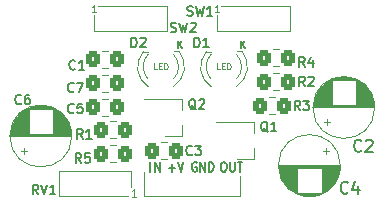
<source format=gbr>
%TF.GenerationSoftware,KiCad,Pcbnew,6.0.0+dfsg1-2*%
%TF.CreationDate,2022-01-11T20:59:38+02:00*%
%TF.ProjectId,aceitera,61636569-7465-4726-912e-6b696361645f,rev?*%
%TF.SameCoordinates,Original*%
%TF.FileFunction,Legend,Top*%
%TF.FilePolarity,Positive*%
%FSLAX46Y46*%
G04 Gerber Fmt 4.6, Leading zero omitted, Abs format (unit mm)*
G04 Created by KiCad (PCBNEW 6.0.0+dfsg1-2) date 2022-01-11 20:59:38*
%MOMM*%
%LPD*%
G01*
G04 APERTURE LIST*
G04 Aperture macros list*
%AMRoundRect*
0 Rectangle with rounded corners*
0 $1 Rounding radius*
0 $2 $3 $4 $5 $6 $7 $8 $9 X,Y pos of 4 corners*
0 Add a 4 corners polygon primitive as box body*
4,1,4,$2,$3,$4,$5,$6,$7,$8,$9,$2,$3,0*
0 Add four circle primitives for the rounded corners*
1,1,$1+$1,$2,$3*
1,1,$1+$1,$4,$5*
1,1,$1+$1,$6,$7*
1,1,$1+$1,$8,$9*
0 Add four rect primitives between the rounded corners*
20,1,$1+$1,$2,$3,$4,$5,0*
20,1,$1+$1,$4,$5,$6,$7,0*
20,1,$1+$1,$6,$7,$8,$9,0*
20,1,$1+$1,$8,$9,$2,$3,0*%
G04 Aperture macros list end*
%ADD10C,0.127000*%
%ADD11C,0.100000*%
%ADD12C,0.150000*%
%ADD13C,0.120000*%
%ADD14R,1.350000X1.350000*%
%ADD15O,1.350000X1.350000*%
%ADD16RoundRect,0.250000X0.325000X0.450000X-0.325000X0.450000X-0.325000X-0.450000X0.325000X-0.450000X0*%
%ADD17R,1.600000X1.600000*%
%ADD18C,1.600000*%
%ADD19R,1.900000X0.800000*%
%ADD20RoundRect,0.250000X-0.325000X-0.450000X0.325000X-0.450000X0.325000X0.450000X-0.325000X0.450000X0*%
%ADD21R,1.800000X1.800000*%
%ADD22C,1.800000*%
G04 APERTURE END LIST*
D10*
%TO.C,RV1*%
X103917809Y-90912904D02*
X103651142Y-90531952D01*
X103460666Y-90912904D02*
X103460666Y-90112904D01*
X103765428Y-90112904D01*
X103841619Y-90151000D01*
X103879714Y-90189095D01*
X103917809Y-90265285D01*
X103917809Y-90379571D01*
X103879714Y-90455761D01*
X103841619Y-90493857D01*
X103765428Y-90531952D01*
X103460666Y-90531952D01*
X104146380Y-90112904D02*
X104413047Y-90912904D01*
X104679714Y-90112904D01*
X105365428Y-90912904D02*
X104908285Y-90912904D01*
X105136857Y-90912904D02*
X105136857Y-90112904D01*
X105060666Y-90227190D01*
X104984476Y-90303380D01*
X104908285Y-90341476D01*
D11*
X112185428Y-91127228D02*
X111842571Y-91127228D01*
X112014000Y-91127228D02*
X112014000Y-90527228D01*
X111956857Y-90612942D01*
X111899714Y-90670085D01*
X111842571Y-90698657D01*
D12*
%TO.C,C5*%
X106927666Y-83978714D02*
X106889571Y-84016809D01*
X106775285Y-84054904D01*
X106699095Y-84054904D01*
X106584809Y-84016809D01*
X106508619Y-83940619D01*
X106470523Y-83864428D01*
X106432428Y-83712047D01*
X106432428Y-83597761D01*
X106470523Y-83445380D01*
X106508619Y-83369190D01*
X106584809Y-83293000D01*
X106699095Y-83254904D01*
X106775285Y-83254904D01*
X106889571Y-83293000D01*
X106927666Y-83331095D01*
X107651476Y-83254904D02*
X107270523Y-83254904D01*
X107232428Y-83635857D01*
X107270523Y-83597761D01*
X107346714Y-83559666D01*
X107537190Y-83559666D01*
X107613380Y-83597761D01*
X107651476Y-83635857D01*
X107689571Y-83712047D01*
X107689571Y-83902523D01*
X107651476Y-83978714D01*
X107613380Y-84016809D01*
X107537190Y-84054904D01*
X107346714Y-84054904D01*
X107270523Y-84016809D01*
X107232428Y-83978714D01*
D10*
%TO.C,J1*%
X113398352Y-89007904D02*
X113398352Y-88207904D01*
X113779304Y-89007904D02*
X113779304Y-88207904D01*
X114236447Y-89007904D01*
X114236447Y-88207904D01*
X117322666Y-88246000D02*
X117256000Y-88207904D01*
X117156000Y-88207904D01*
X117056000Y-88246000D01*
X116989333Y-88322190D01*
X116956000Y-88398380D01*
X116922666Y-88550761D01*
X116922666Y-88665047D01*
X116956000Y-88817428D01*
X116989333Y-88893619D01*
X117056000Y-88969809D01*
X117156000Y-89007904D01*
X117222666Y-89007904D01*
X117322666Y-88969809D01*
X117356000Y-88931714D01*
X117356000Y-88665047D01*
X117222666Y-88665047D01*
X117656000Y-89007904D02*
X117656000Y-88207904D01*
X118056000Y-89007904D01*
X118056000Y-88207904D01*
X118389333Y-89007904D02*
X118389333Y-88207904D01*
X118556000Y-88207904D01*
X118656000Y-88246000D01*
X118722666Y-88322190D01*
X118756000Y-88398380D01*
X118789333Y-88550761D01*
X118789333Y-88665047D01*
X118756000Y-88817428D01*
X118722666Y-88893619D01*
X118656000Y-88969809D01*
X118556000Y-89007904D01*
X118389333Y-89007904D01*
X119569000Y-88207904D02*
X119702333Y-88207904D01*
X119769000Y-88246000D01*
X119835666Y-88322190D01*
X119869000Y-88474571D01*
X119869000Y-88741238D01*
X119835666Y-88893619D01*
X119769000Y-88969809D01*
X119702333Y-89007904D01*
X119569000Y-89007904D01*
X119502333Y-88969809D01*
X119435666Y-88893619D01*
X119402333Y-88741238D01*
X119402333Y-88474571D01*
X119435666Y-88322190D01*
X119502333Y-88246000D01*
X119569000Y-88207904D01*
X120169000Y-88207904D02*
X120169000Y-88855523D01*
X120202333Y-88931714D01*
X120235666Y-88969809D01*
X120302333Y-89007904D01*
X120435666Y-89007904D01*
X120502333Y-88969809D01*
X120535666Y-88931714D01*
X120569000Y-88855523D01*
X120569000Y-88207904D01*
X120802333Y-88207904D02*
X121202333Y-88207904D01*
X121002333Y-89007904D02*
X121002333Y-88207904D01*
X114977933Y-88703142D02*
X115511266Y-88703142D01*
X115244600Y-89007904D02*
X115244600Y-88398380D01*
X115744600Y-88207904D02*
X115977933Y-89007904D01*
X116211266Y-88207904D01*
D12*
%TO.C,C4*%
X130135333Y-90781142D02*
X130087714Y-90828761D01*
X129944857Y-90876380D01*
X129849619Y-90876380D01*
X129706761Y-90828761D01*
X129611523Y-90733523D01*
X129563904Y-90638285D01*
X129516285Y-90447809D01*
X129516285Y-90304952D01*
X129563904Y-90114476D01*
X129611523Y-90019238D01*
X129706761Y-89924000D01*
X129849619Y-89876380D01*
X129944857Y-89876380D01*
X130087714Y-89924000D01*
X130135333Y-89971619D01*
X130992476Y-90209714D02*
X130992476Y-90876380D01*
X130754380Y-89828761D02*
X130516285Y-90543047D01*
X131135333Y-90543047D01*
%TO.C,Q2*%
X117271809Y-83750095D02*
X117195619Y-83712000D01*
X117119428Y-83635809D01*
X117005142Y-83521523D01*
X116928952Y-83483428D01*
X116852761Y-83483428D01*
X116890857Y-83673904D02*
X116814666Y-83635809D01*
X116738476Y-83559619D01*
X116700380Y-83407238D01*
X116700380Y-83140571D01*
X116738476Y-82988190D01*
X116814666Y-82912000D01*
X116890857Y-82873904D01*
X117043238Y-82873904D01*
X117119428Y-82912000D01*
X117195619Y-82988190D01*
X117233714Y-83140571D01*
X117233714Y-83407238D01*
X117195619Y-83559619D01*
X117119428Y-83635809D01*
X117043238Y-83673904D01*
X116890857Y-83673904D01*
X117538476Y-82950095D02*
X117576571Y-82912000D01*
X117652761Y-82873904D01*
X117843238Y-82873904D01*
X117919428Y-82912000D01*
X117957523Y-82950095D01*
X117995619Y-83026285D01*
X117995619Y-83102476D01*
X117957523Y-83216761D01*
X117500380Y-83673904D01*
X117995619Y-83673904D01*
%TO.C,R3*%
X126104666Y-83800904D02*
X125838000Y-83419952D01*
X125647523Y-83800904D02*
X125647523Y-83000904D01*
X125952285Y-83000904D01*
X126028476Y-83039000D01*
X126066571Y-83077095D01*
X126104666Y-83153285D01*
X126104666Y-83267571D01*
X126066571Y-83343761D01*
X126028476Y-83381857D01*
X125952285Y-83419952D01*
X125647523Y-83419952D01*
X126371333Y-83000904D02*
X126866571Y-83000904D01*
X126599904Y-83305666D01*
X126714190Y-83305666D01*
X126790380Y-83343761D01*
X126828476Y-83381857D01*
X126866571Y-83458047D01*
X126866571Y-83648523D01*
X126828476Y-83724714D01*
X126790380Y-83762809D01*
X126714190Y-83800904D01*
X126485619Y-83800904D01*
X126409428Y-83762809D01*
X126371333Y-83724714D01*
%TO.C,R4*%
X126485666Y-80117904D02*
X126219000Y-79736952D01*
X126028523Y-80117904D02*
X126028523Y-79317904D01*
X126333285Y-79317904D01*
X126409476Y-79356000D01*
X126447571Y-79394095D01*
X126485666Y-79470285D01*
X126485666Y-79584571D01*
X126447571Y-79660761D01*
X126409476Y-79698857D01*
X126333285Y-79736952D01*
X126028523Y-79736952D01*
X127171380Y-79584571D02*
X127171380Y-80117904D01*
X126980904Y-79279809D02*
X126790428Y-79851238D01*
X127285666Y-79851238D01*
%TO.C,R2*%
X126485666Y-81768904D02*
X126219000Y-81387952D01*
X126028523Y-81768904D02*
X126028523Y-80968904D01*
X126333285Y-80968904D01*
X126409476Y-81007000D01*
X126447571Y-81045095D01*
X126485666Y-81121285D01*
X126485666Y-81235571D01*
X126447571Y-81311761D01*
X126409476Y-81349857D01*
X126333285Y-81387952D01*
X126028523Y-81387952D01*
X126790428Y-81045095D02*
X126828523Y-81007000D01*
X126904714Y-80968904D01*
X127095190Y-80968904D01*
X127171380Y-81007000D01*
X127209476Y-81045095D01*
X127247571Y-81121285D01*
X127247571Y-81197476D01*
X127209476Y-81311761D01*
X126752333Y-81768904D01*
X127247571Y-81768904D01*
%TO.C,C6*%
X102482666Y-83216714D02*
X102444571Y-83254809D01*
X102330285Y-83292904D01*
X102254095Y-83292904D01*
X102139809Y-83254809D01*
X102063619Y-83178619D01*
X102025523Y-83102428D01*
X101987428Y-82950047D01*
X101987428Y-82835761D01*
X102025523Y-82683380D01*
X102063619Y-82607190D01*
X102139809Y-82531000D01*
X102254095Y-82492904D01*
X102330285Y-82492904D01*
X102444571Y-82531000D01*
X102482666Y-82569095D01*
X103168380Y-82492904D02*
X103016000Y-82492904D01*
X102939809Y-82531000D01*
X102901714Y-82569095D01*
X102825523Y-82683380D01*
X102787428Y-82835761D01*
X102787428Y-83140523D01*
X102825523Y-83216714D01*
X102863619Y-83254809D01*
X102939809Y-83292904D01*
X103092190Y-83292904D01*
X103168380Y-83254809D01*
X103206476Y-83216714D01*
X103244571Y-83140523D01*
X103244571Y-82950047D01*
X103206476Y-82873857D01*
X103168380Y-82835761D01*
X103092190Y-82797666D01*
X102939809Y-82797666D01*
X102863619Y-82835761D01*
X102825523Y-82873857D01*
X102787428Y-82950047D01*
%TO.C,C2*%
X131278333Y-87225142D02*
X131230714Y-87272761D01*
X131087857Y-87320380D01*
X130992619Y-87320380D01*
X130849761Y-87272761D01*
X130754523Y-87177523D01*
X130706904Y-87082285D01*
X130659285Y-86891809D01*
X130659285Y-86748952D01*
X130706904Y-86558476D01*
X130754523Y-86463238D01*
X130849761Y-86368000D01*
X130992619Y-86320380D01*
X131087857Y-86320380D01*
X131230714Y-86368000D01*
X131278333Y-86415619D01*
X131659285Y-86415619D02*
X131706904Y-86368000D01*
X131802142Y-86320380D01*
X132040238Y-86320380D01*
X132135476Y-86368000D01*
X132183095Y-86415619D01*
X132230714Y-86510857D01*
X132230714Y-86606095D01*
X132183095Y-86748952D01*
X131611666Y-87320380D01*
X132230714Y-87320380D01*
%TO.C,R1*%
X107689666Y-86213904D02*
X107423000Y-85832952D01*
X107232523Y-86213904D02*
X107232523Y-85413904D01*
X107537285Y-85413904D01*
X107613476Y-85452000D01*
X107651571Y-85490095D01*
X107689666Y-85566285D01*
X107689666Y-85680571D01*
X107651571Y-85756761D01*
X107613476Y-85794857D01*
X107537285Y-85832952D01*
X107232523Y-85832952D01*
X108451571Y-86213904D02*
X107994428Y-86213904D01*
X108223000Y-86213904D02*
X108223000Y-85413904D01*
X108146809Y-85528190D01*
X108070619Y-85604380D01*
X107994428Y-85642476D01*
%TO.C,Q1*%
X123367809Y-85655095D02*
X123291619Y-85617000D01*
X123215428Y-85540809D01*
X123101142Y-85426523D01*
X123024952Y-85388428D01*
X122948761Y-85388428D01*
X122986857Y-85578904D02*
X122910666Y-85540809D01*
X122834476Y-85464619D01*
X122796380Y-85312238D01*
X122796380Y-85045571D01*
X122834476Y-84893190D01*
X122910666Y-84817000D01*
X122986857Y-84778904D01*
X123139238Y-84778904D01*
X123215428Y-84817000D01*
X123291619Y-84893190D01*
X123329714Y-85045571D01*
X123329714Y-85312238D01*
X123291619Y-85464619D01*
X123215428Y-85540809D01*
X123139238Y-85578904D01*
X122986857Y-85578904D01*
X124091619Y-85578904D02*
X123634476Y-85578904D01*
X123863047Y-85578904D02*
X123863047Y-84778904D01*
X123786857Y-84893190D01*
X123710666Y-84969380D01*
X123634476Y-85007476D01*
D10*
%TO.C,SW2*%
X115138333Y-77158809D02*
X115252619Y-77196904D01*
X115443095Y-77196904D01*
X115519285Y-77158809D01*
X115557380Y-77120714D01*
X115595476Y-77044523D01*
X115595476Y-76968333D01*
X115557380Y-76892142D01*
X115519285Y-76854047D01*
X115443095Y-76815952D01*
X115290714Y-76777857D01*
X115214523Y-76739761D01*
X115176428Y-76701666D01*
X115138333Y-76625476D01*
X115138333Y-76549285D01*
X115176428Y-76473095D01*
X115214523Y-76435000D01*
X115290714Y-76396904D01*
X115481190Y-76396904D01*
X115595476Y-76435000D01*
X115862142Y-76396904D02*
X116052619Y-77196904D01*
X116205000Y-76625476D01*
X116357380Y-77196904D01*
X116547857Y-76396904D01*
X116814523Y-76473095D02*
X116852619Y-76435000D01*
X116928809Y-76396904D01*
X117119285Y-76396904D01*
X117195476Y-76435000D01*
X117233571Y-76473095D01*
X117271666Y-76549285D01*
X117271666Y-76625476D01*
X117233571Y-76739761D01*
X116776428Y-77196904D01*
X117271666Y-77196904D01*
D11*
X108807228Y-75531628D02*
X108464371Y-75531628D01*
X108635800Y-75531628D02*
X108635800Y-74931628D01*
X108578657Y-75017342D01*
X108521514Y-75074485D01*
X108464371Y-75103057D01*
D12*
%TO.C,D2*%
X111804523Y-78466904D02*
X111804523Y-77666904D01*
X111995000Y-77666904D01*
X112109285Y-77705000D01*
X112185476Y-77781190D01*
X112223571Y-77857380D01*
X112261666Y-78009761D01*
X112261666Y-78124047D01*
X112223571Y-78276428D01*
X112185476Y-78352619D01*
X112109285Y-78428809D01*
X111995000Y-78466904D01*
X111804523Y-78466904D01*
X112566428Y-77743095D02*
X112604523Y-77705000D01*
X112680714Y-77666904D01*
X112871190Y-77666904D01*
X112947380Y-77705000D01*
X112985476Y-77743095D01*
X113023571Y-77819285D01*
X113023571Y-77895476D01*
X112985476Y-78009761D01*
X112528333Y-78466904D01*
X113023571Y-78466904D01*
D11*
X113978571Y-80363190D02*
X113740476Y-80363190D01*
X113740476Y-79863190D01*
X114145238Y-80101285D02*
X114311904Y-80101285D01*
X114383333Y-80363190D02*
X114145238Y-80363190D01*
X114145238Y-79863190D01*
X114383333Y-79863190D01*
X114597619Y-80363190D02*
X114597619Y-79863190D01*
X114716666Y-79863190D01*
X114788095Y-79887000D01*
X114835714Y-79934619D01*
X114859523Y-79982238D01*
X114883333Y-80077476D01*
X114883333Y-80148904D01*
X114859523Y-80244142D01*
X114835714Y-80291761D01*
X114788095Y-80339380D01*
X114716666Y-80363190D01*
X114597619Y-80363190D01*
D10*
X115717657Y-78528828D02*
X115717657Y-77928828D01*
X116060514Y-78528828D02*
X115803371Y-78185971D01*
X116060514Y-77928828D02*
X115717657Y-78271685D01*
D12*
%TO.C,C7*%
X106927666Y-82200714D02*
X106889571Y-82238809D01*
X106775285Y-82276904D01*
X106699095Y-82276904D01*
X106584809Y-82238809D01*
X106508619Y-82162619D01*
X106470523Y-82086428D01*
X106432428Y-81934047D01*
X106432428Y-81819761D01*
X106470523Y-81667380D01*
X106508619Y-81591190D01*
X106584809Y-81515000D01*
X106699095Y-81476904D01*
X106775285Y-81476904D01*
X106889571Y-81515000D01*
X106927666Y-81553095D01*
X107194333Y-81476904D02*
X107727666Y-81476904D01*
X107384809Y-82276904D01*
%TO.C,C1*%
X107054666Y-80295714D02*
X107016571Y-80333809D01*
X106902285Y-80371904D01*
X106826095Y-80371904D01*
X106711809Y-80333809D01*
X106635619Y-80257619D01*
X106597523Y-80181428D01*
X106559428Y-80029047D01*
X106559428Y-79914761D01*
X106597523Y-79762380D01*
X106635619Y-79686190D01*
X106711809Y-79610000D01*
X106826095Y-79571904D01*
X106902285Y-79571904D01*
X107016571Y-79610000D01*
X107054666Y-79648095D01*
X107816571Y-80371904D02*
X107359428Y-80371904D01*
X107588000Y-80371904D02*
X107588000Y-79571904D01*
X107511809Y-79686190D01*
X107435619Y-79762380D01*
X107359428Y-79800476D01*
%TO.C,R5*%
X107562666Y-88245904D02*
X107296000Y-87864952D01*
X107105523Y-88245904D02*
X107105523Y-87445904D01*
X107410285Y-87445904D01*
X107486476Y-87484000D01*
X107524571Y-87522095D01*
X107562666Y-87598285D01*
X107562666Y-87712571D01*
X107524571Y-87788761D01*
X107486476Y-87826857D01*
X107410285Y-87864952D01*
X107105523Y-87864952D01*
X108286476Y-87445904D02*
X107905523Y-87445904D01*
X107867428Y-87826857D01*
X107905523Y-87788761D01*
X107981714Y-87750666D01*
X108172190Y-87750666D01*
X108248380Y-87788761D01*
X108286476Y-87826857D01*
X108324571Y-87903047D01*
X108324571Y-88093523D01*
X108286476Y-88169714D01*
X108248380Y-88207809D01*
X108172190Y-88245904D01*
X107981714Y-88245904D01*
X107905523Y-88207809D01*
X107867428Y-88169714D01*
%TO.C,D1*%
X117138523Y-78466904D02*
X117138523Y-77666904D01*
X117329000Y-77666904D01*
X117443285Y-77705000D01*
X117519476Y-77781190D01*
X117557571Y-77857380D01*
X117595666Y-78009761D01*
X117595666Y-78124047D01*
X117557571Y-78276428D01*
X117519476Y-78352619D01*
X117443285Y-78428809D01*
X117329000Y-78466904D01*
X117138523Y-78466904D01*
X118357571Y-78466904D02*
X117900428Y-78466904D01*
X118129000Y-78466904D02*
X118129000Y-77666904D01*
X118052809Y-77781190D01*
X117976619Y-77857380D01*
X117900428Y-77895476D01*
D11*
X119312571Y-80363190D02*
X119074476Y-80363190D01*
X119074476Y-79863190D01*
X119479238Y-80101285D02*
X119645904Y-80101285D01*
X119717333Y-80363190D02*
X119479238Y-80363190D01*
X119479238Y-79863190D01*
X119717333Y-79863190D01*
X119931619Y-80363190D02*
X119931619Y-79863190D01*
X120050666Y-79863190D01*
X120122095Y-79887000D01*
X120169714Y-79934619D01*
X120193523Y-79982238D01*
X120217333Y-80077476D01*
X120217333Y-80148904D01*
X120193523Y-80244142D01*
X120169714Y-80291761D01*
X120122095Y-80339380D01*
X120050666Y-80363190D01*
X119931619Y-80363190D01*
D10*
X121051657Y-78528828D02*
X121051657Y-77928828D01*
X121394514Y-78528828D02*
X121137371Y-78185971D01*
X121394514Y-77928828D02*
X121051657Y-78271685D01*
D12*
%TO.C,C3*%
X116960666Y-87534714D02*
X116922571Y-87572809D01*
X116808285Y-87610904D01*
X116732095Y-87610904D01*
X116617809Y-87572809D01*
X116541619Y-87496619D01*
X116503523Y-87420428D01*
X116465428Y-87268047D01*
X116465428Y-87153761D01*
X116503523Y-87001380D01*
X116541619Y-86925190D01*
X116617809Y-86849000D01*
X116732095Y-86810904D01*
X116808285Y-86810904D01*
X116922571Y-86849000D01*
X116960666Y-86887095D01*
X117227333Y-86810904D02*
X117722571Y-86810904D01*
X117455904Y-87115666D01*
X117570190Y-87115666D01*
X117646380Y-87153761D01*
X117684476Y-87191857D01*
X117722571Y-87268047D01*
X117722571Y-87458523D01*
X117684476Y-87534714D01*
X117646380Y-87572809D01*
X117570190Y-87610904D01*
X117341619Y-87610904D01*
X117265428Y-87572809D01*
X117227333Y-87534714D01*
D10*
%TO.C,SW1*%
X116535333Y-75761809D02*
X116649619Y-75799904D01*
X116840095Y-75799904D01*
X116916285Y-75761809D01*
X116954380Y-75723714D01*
X116992476Y-75647523D01*
X116992476Y-75571333D01*
X116954380Y-75495142D01*
X116916285Y-75457047D01*
X116840095Y-75418952D01*
X116687714Y-75380857D01*
X116611523Y-75342761D01*
X116573428Y-75304666D01*
X116535333Y-75228476D01*
X116535333Y-75152285D01*
X116573428Y-75076095D01*
X116611523Y-75038000D01*
X116687714Y-74999904D01*
X116878190Y-74999904D01*
X116992476Y-75038000D01*
X117259142Y-74999904D02*
X117449619Y-75799904D01*
X117602000Y-75228476D01*
X117754380Y-75799904D01*
X117944857Y-74999904D01*
X118668666Y-75799904D02*
X118211523Y-75799904D01*
X118440095Y-75799904D02*
X118440095Y-74999904D01*
X118363904Y-75114190D01*
X118287714Y-75190380D01*
X118211523Y-75228476D01*
D11*
X119221228Y-75531628D02*
X118878371Y-75531628D01*
X119049800Y-75531628D02*
X119049800Y-74931628D01*
X118992657Y-75017342D01*
X118935514Y-75074485D01*
X118878371Y-75103057D01*
D13*
%TO.C,RV1*%
X105684000Y-88983000D02*
X105684000Y-91103000D01*
X111810800Y-88976200D02*
X105684000Y-88983000D01*
X111812781Y-88972166D02*
X111810800Y-90322400D01*
X111531400Y-91103000D02*
X105684000Y-91103000D01*
%TO.C,C5*%
X109862252Y-84276000D02*
X109339748Y-84276000D01*
X109862252Y-82856000D02*
X109339748Y-82856000D01*
%TO.C,J1*%
X112915685Y-91110571D02*
X112915685Y-89020167D01*
X120979000Y-91103000D02*
X120980200Y-89382600D01*
X112903000Y-91121555D02*
X120979000Y-91121555D01*
%TO.C,C4*%
X125833000Y-88859000D02*
X124317000Y-88859000D01*
X129183000Y-89660000D02*
X127913000Y-89660000D01*
X128373000Y-90620000D02*
X127913000Y-90620000D01*
X129097000Y-89820000D02*
X127913000Y-89820000D01*
X128844000Y-90180000D02*
X127913000Y-90180000D01*
X129271000Y-89460000D02*
X127913000Y-89460000D01*
X129364000Y-89179000D02*
X127913000Y-89179000D01*
X128051000Y-90820000D02*
X125695000Y-90820000D01*
X125833000Y-89700000D02*
X124583000Y-89700000D01*
X128616000Y-90420000D02*
X127913000Y-90420000D01*
X129328000Y-89300000D02*
X127913000Y-89300000D01*
X128810000Y-90220000D02*
X127913000Y-90220000D01*
X125833000Y-90780000D02*
X125622000Y-90780000D01*
X125833000Y-89099000D02*
X124362000Y-89099000D01*
X128995000Y-89980000D02*
X127913000Y-89980000D01*
X125833000Y-90340000D02*
X125047000Y-90340000D01*
X125833000Y-89139000D02*
X124372000Y-89139000D01*
X125833000Y-90060000D02*
X124808000Y-90060000D01*
X128520000Y-87249000D02*
X128020000Y-87249000D01*
X125833000Y-89059000D02*
X124353000Y-89059000D01*
X125833000Y-90500000D02*
X125220000Y-90500000D01*
X127157000Y-91100000D02*
X126589000Y-91100000D01*
X125833000Y-89540000D02*
X124508000Y-89540000D01*
X125833000Y-88979000D02*
X124337000Y-88979000D01*
X125833000Y-89380000D02*
X124445000Y-89380000D01*
X125833000Y-89940000D02*
X124724000Y-89940000D01*
X125833000Y-89820000D02*
X124649000Y-89820000D01*
X128737000Y-90300000D02*
X127913000Y-90300000D01*
X125833000Y-89580000D02*
X124525000Y-89580000D01*
X125833000Y-89179000D02*
X124382000Y-89179000D01*
X125833000Y-90660000D02*
X125430000Y-90660000D01*
X129449000Y-88659000D02*
X124297000Y-88659000D01*
X129221000Y-89580000D02*
X127913000Y-89580000D01*
X125833000Y-90140000D02*
X124869000Y-90140000D01*
X129434000Y-88819000D02*
X127913000Y-88819000D01*
X125833000Y-90380000D02*
X125088000Y-90380000D01*
X125833000Y-89340000D02*
X124431000Y-89340000D01*
X125833000Y-89500000D02*
X124491000Y-89500000D01*
X129438000Y-88779000D02*
X127913000Y-88779000D01*
X125833000Y-89260000D02*
X124405000Y-89260000D01*
X129048000Y-89900000D02*
X127913000Y-89900000D01*
X129202000Y-89620000D02*
X127913000Y-89620000D01*
X125833000Y-88819000D02*
X124312000Y-88819000D01*
X125833000Y-89660000D02*
X124563000Y-89660000D01*
X129341000Y-89260000D02*
X127913000Y-89260000D01*
X125833000Y-90020000D02*
X124778000Y-90020000D01*
X125833000Y-90420000D02*
X125130000Y-90420000D01*
X125833000Y-88779000D02*
X124308000Y-88779000D01*
X125833000Y-89420000D02*
X124459000Y-89420000D01*
X129452000Y-88579000D02*
X124294000Y-88579000D01*
X125833000Y-90540000D02*
X125268000Y-90540000D01*
X128938000Y-90060000D02*
X127913000Y-90060000D01*
X125833000Y-90260000D02*
X124972000Y-90260000D01*
X127678000Y-90980000D02*
X126068000Y-90980000D01*
X129141000Y-89740000D02*
X127913000Y-89740000D01*
X129423000Y-88899000D02*
X127913000Y-88899000D01*
X128968000Y-90020000D02*
X127913000Y-90020000D01*
X125833000Y-89780000D02*
X124626000Y-89780000D01*
X125833000Y-89300000D02*
X124418000Y-89300000D01*
X125833000Y-90460000D02*
X125174000Y-90460000D01*
X128658000Y-90380000D02*
X127913000Y-90380000D01*
X125833000Y-90100000D02*
X124838000Y-90100000D01*
X128774000Y-90260000D02*
X127913000Y-90260000D01*
X128478000Y-90540000D02*
X127913000Y-90540000D01*
X129384000Y-89099000D02*
X127913000Y-89099000D01*
X129022000Y-89940000D02*
X127913000Y-89940000D01*
X127971000Y-90860000D02*
X125775000Y-90860000D01*
X125833000Y-90580000D02*
X125319000Y-90580000D01*
X125833000Y-90620000D02*
X125373000Y-90620000D01*
X128427000Y-90580000D02*
X127913000Y-90580000D01*
X128124000Y-90780000D02*
X127913000Y-90780000D01*
X125833000Y-90180000D02*
X124902000Y-90180000D01*
X129315000Y-89340000D02*
X127913000Y-89340000D01*
X125833000Y-89740000D02*
X124605000Y-89740000D01*
X129446000Y-88699000D02*
X124300000Y-88699000D01*
X125833000Y-89900000D02*
X124698000Y-89900000D01*
X128908000Y-90100000D02*
X127913000Y-90100000D01*
X129409000Y-88979000D02*
X127913000Y-88979000D01*
X129287000Y-89420000D02*
X127913000Y-89420000D01*
X125833000Y-90740000D02*
X125554000Y-90740000D01*
X129120000Y-89780000D02*
X127913000Y-89780000D01*
X125833000Y-89860000D02*
X124673000Y-89860000D01*
X128256000Y-90700000D02*
X127913000Y-90700000D01*
X129416000Y-88939000D02*
X127913000Y-88939000D01*
X125833000Y-89220000D02*
X124393000Y-89220000D01*
X128699000Y-90340000D02*
X127913000Y-90340000D01*
X125833000Y-89019000D02*
X124345000Y-89019000D01*
X125833000Y-88939000D02*
X124330000Y-88939000D01*
X125833000Y-88899000D02*
X124323000Y-88899000D01*
X125833000Y-90300000D02*
X125009000Y-90300000D01*
X125833000Y-89460000D02*
X124475000Y-89460000D01*
X129393000Y-89059000D02*
X127913000Y-89059000D01*
X128270000Y-86999000D02*
X128270000Y-87499000D01*
X129073000Y-89860000D02*
X127913000Y-89860000D01*
X128316000Y-90660000D02*
X127913000Y-90660000D01*
X129238000Y-89540000D02*
X127913000Y-89540000D01*
X129353000Y-89220000D02*
X127913000Y-89220000D01*
X129453000Y-88499000D02*
X124293000Y-88499000D01*
X129163000Y-89700000D02*
X127913000Y-89700000D01*
X129255000Y-89500000D02*
X127913000Y-89500000D01*
X127391000Y-91060000D02*
X126355000Y-91060000D01*
X129429000Y-88859000D02*
X127913000Y-88859000D01*
X125833000Y-89980000D02*
X124751000Y-89980000D01*
X129451000Y-88619000D02*
X124295000Y-88619000D01*
X125833000Y-90220000D02*
X124936000Y-90220000D01*
X127884000Y-90900000D02*
X125862000Y-90900000D01*
X125833000Y-89620000D02*
X124544000Y-89620000D01*
X129401000Y-89019000D02*
X127913000Y-89019000D01*
X128572000Y-90460000D02*
X127913000Y-90460000D01*
X129442000Y-88739000D02*
X127913000Y-88739000D01*
X128192000Y-90740000D02*
X127913000Y-90740000D01*
X127550000Y-91020000D02*
X126196000Y-91020000D01*
X128877000Y-90140000D02*
X127913000Y-90140000D01*
X129301000Y-89380000D02*
X127913000Y-89380000D01*
X129453000Y-88539000D02*
X124293000Y-88539000D01*
X125833000Y-90700000D02*
X125490000Y-90700000D01*
X127788000Y-90940000D02*
X125958000Y-90940000D01*
X128526000Y-90500000D02*
X127913000Y-90500000D01*
X125833000Y-88739000D02*
X124304000Y-88739000D01*
X129374000Y-89139000D02*
X127913000Y-89139000D01*
X129493000Y-88499000D02*
G75*
G03*
X129493000Y-88499000I-2620000J0D01*
G01*
%TO.C,Q2*%
X116076000Y-86035000D02*
X114616000Y-86035000D01*
X116076000Y-82875000D02*
X116076000Y-83805000D01*
X116076000Y-86035000D02*
X116076000Y-85105000D01*
X116076000Y-82875000D02*
X112916000Y-82875000D01*
%TO.C,R3*%
X123436748Y-82729000D02*
X123959252Y-82729000D01*
X123436748Y-84149000D02*
X123959252Y-84149000D01*
%TO.C,R4*%
X124340252Y-80085000D02*
X123817748Y-80085000D01*
X124340252Y-78665000D02*
X123817748Y-78665000D01*
%TO.C,R2*%
X123817748Y-82117000D02*
X124340252Y-82117000D01*
X123817748Y-80697000D02*
X124340252Y-80697000D01*
%TO.C,C6*%
X105180000Y-84518000D02*
X106262000Y-84518000D01*
X103335000Y-83518000D02*
X104945000Y-83518000D01*
X101850000Y-84798000D02*
X103100000Y-84798000D01*
X103225000Y-83558000D02*
X105055000Y-83558000D01*
X105180000Y-84958000D02*
X106505000Y-84958000D01*
X102276000Y-84198000D02*
X103100000Y-84198000D01*
X105180000Y-84558000D02*
X106289000Y-84558000D01*
X102045000Y-84478000D02*
X103100000Y-84478000D01*
X101649000Y-85319000D02*
X103100000Y-85319000D01*
X101604000Y-85519000D02*
X103100000Y-85519000D01*
X105180000Y-85479000D02*
X106668000Y-85479000D01*
X102493000Y-87249000D02*
X102993000Y-87249000D01*
X101726000Y-85078000D02*
X103100000Y-85078000D01*
X105180000Y-84638000D02*
X106340000Y-84638000D01*
X101893000Y-84718000D02*
X103100000Y-84718000D01*
X101562000Y-85879000D02*
X106718000Y-85879000D01*
X101940000Y-84638000D02*
X103100000Y-84638000D01*
X101564000Y-85839000D02*
X106716000Y-85839000D01*
X105180000Y-84598000D02*
X106315000Y-84598000D01*
X105180000Y-83878000D02*
X105640000Y-83878000D01*
X105180000Y-84318000D02*
X106111000Y-84318000D01*
X105180000Y-85399000D02*
X106651000Y-85399000D01*
X105180000Y-85038000D02*
X106538000Y-85038000D01*
X101597000Y-85559000D02*
X103100000Y-85559000D01*
X102535000Y-83958000D02*
X103100000Y-83958000D01*
X101965000Y-84598000D02*
X103100000Y-84598000D01*
X105180000Y-84838000D02*
X106450000Y-84838000D01*
X105180000Y-83798000D02*
X105523000Y-83798000D01*
X101830000Y-84838000D02*
X103100000Y-84838000D01*
X105180000Y-85118000D02*
X106568000Y-85118000D01*
X101561000Y-85919000D02*
X106719000Y-85919000D01*
X101672000Y-85238000D02*
X103100000Y-85238000D01*
X101575000Y-85719000D02*
X103100000Y-85719000D01*
X105180000Y-83958000D02*
X105745000Y-83958000D01*
X105180000Y-85679000D02*
X106701000Y-85679000D01*
X102743000Y-87499000D02*
X102743000Y-86999000D01*
X102075000Y-84438000D02*
X103100000Y-84438000D01*
X102697000Y-83838000D02*
X103100000Y-83838000D01*
X101872000Y-84758000D02*
X103100000Y-84758000D01*
X102889000Y-83718000D02*
X103100000Y-83718000D01*
X105180000Y-84758000D02*
X106408000Y-84758000D01*
X101916000Y-84678000D02*
X103100000Y-84678000D01*
X105180000Y-84478000D02*
X106235000Y-84478000D01*
X105180000Y-84438000D02*
X106205000Y-84438000D01*
X102640000Y-83878000D02*
X103100000Y-83878000D01*
X105180000Y-85158000D02*
X106582000Y-85158000D01*
X103463000Y-83478000D02*
X104817000Y-83478000D01*
X105180000Y-84398000D02*
X106175000Y-84398000D01*
X102314000Y-84158000D02*
X103100000Y-84158000D01*
X105180000Y-85639000D02*
X106696000Y-85639000D01*
X101698000Y-85158000D02*
X103100000Y-85158000D01*
X102757000Y-83798000D02*
X103100000Y-83798000D01*
X105180000Y-83758000D02*
X105459000Y-83758000D01*
X105180000Y-84878000D02*
X106469000Y-84878000D01*
X105180000Y-84158000D02*
X105966000Y-84158000D01*
X102397000Y-84078000D02*
X103100000Y-84078000D01*
X105180000Y-85359000D02*
X106641000Y-85359000D01*
X105180000Y-85319000D02*
X106631000Y-85319000D01*
X105180000Y-85599000D02*
X106690000Y-85599000D01*
X105180000Y-85719000D02*
X106705000Y-85719000D01*
X105180000Y-85238000D02*
X106608000Y-85238000D01*
X102821000Y-83758000D02*
X103100000Y-83758000D01*
X105180000Y-85519000D02*
X106676000Y-85519000D01*
X105180000Y-84798000D02*
X106430000Y-84798000D01*
X105180000Y-84678000D02*
X106364000Y-84678000D01*
X102962000Y-83678000D02*
X105318000Y-83678000D01*
X101758000Y-84998000D02*
X103100000Y-84998000D01*
X105180000Y-84998000D02*
X106522000Y-84998000D01*
X105180000Y-85559000D02*
X106683000Y-85559000D01*
X101560000Y-85999000D02*
X106720000Y-85999000D01*
X105180000Y-85278000D02*
X106620000Y-85278000D01*
X105180000Y-84038000D02*
X105839000Y-84038000D01*
X102136000Y-84358000D02*
X103100000Y-84358000D01*
X105180000Y-84918000D02*
X106488000Y-84918000D01*
X101579000Y-85679000D02*
X103100000Y-85679000D01*
X102355000Y-84118000D02*
X103100000Y-84118000D01*
X101629000Y-85399000D02*
X103100000Y-85399000D01*
X101567000Y-85799000D02*
X106713000Y-85799000D01*
X101660000Y-85278000D02*
X103100000Y-85278000D01*
X105180000Y-85759000D02*
X106709000Y-85759000D01*
X103129000Y-83598000D02*
X105151000Y-83598000D01*
X102169000Y-84318000D02*
X103100000Y-84318000D01*
X103856000Y-83398000D02*
X104424000Y-83398000D01*
X101571000Y-85759000D02*
X103100000Y-85759000D01*
X102105000Y-84398000D02*
X103100000Y-84398000D01*
X101584000Y-85639000D02*
X103100000Y-85639000D01*
X101742000Y-85038000D02*
X103100000Y-85038000D01*
X101712000Y-85118000D02*
X103100000Y-85118000D01*
X105180000Y-84118000D02*
X105925000Y-84118000D01*
X101792000Y-84918000D02*
X103100000Y-84918000D01*
X101811000Y-84878000D02*
X103100000Y-84878000D01*
X102018000Y-84518000D02*
X103100000Y-84518000D01*
X101991000Y-84558000D02*
X103100000Y-84558000D01*
X105180000Y-83998000D02*
X105793000Y-83998000D01*
X105180000Y-83918000D02*
X105694000Y-83918000D01*
X105180000Y-85439000D02*
X106660000Y-85439000D01*
X102586000Y-83918000D02*
X103100000Y-83918000D01*
X105180000Y-83718000D02*
X105391000Y-83718000D01*
X105180000Y-84238000D02*
X106041000Y-84238000D01*
X102203000Y-84278000D02*
X103100000Y-84278000D01*
X105180000Y-84078000D02*
X105883000Y-84078000D01*
X101685000Y-85198000D02*
X103100000Y-85198000D01*
X103042000Y-83638000D02*
X105238000Y-83638000D01*
X105180000Y-83838000D02*
X105583000Y-83838000D01*
X101639000Y-85359000D02*
X103100000Y-85359000D01*
X105180000Y-85078000D02*
X106554000Y-85078000D01*
X102239000Y-84238000D02*
X103100000Y-84238000D01*
X102441000Y-84038000D02*
X103100000Y-84038000D01*
X105180000Y-84278000D02*
X106077000Y-84278000D01*
X105180000Y-84358000D02*
X106144000Y-84358000D01*
X102487000Y-83998000D02*
X103100000Y-83998000D01*
X105180000Y-84718000D02*
X106387000Y-84718000D01*
X105180000Y-85198000D02*
X106595000Y-85198000D01*
X101590000Y-85599000D02*
X103100000Y-85599000D01*
X101620000Y-85439000D02*
X103100000Y-85439000D01*
X101775000Y-84958000D02*
X103100000Y-84958000D01*
X101560000Y-85959000D02*
X106720000Y-85959000D01*
X105180000Y-84198000D02*
X106004000Y-84198000D01*
X101612000Y-85479000D02*
X103100000Y-85479000D01*
X103622000Y-83438000D02*
X104658000Y-83438000D01*
X106760000Y-85999000D02*
G75*
G03*
X106760000Y-85999000I-2620000J0D01*
G01*
%TO.C,C2*%
X130834000Y-83266000D02*
X132355000Y-83266000D01*
X128543000Y-81305000D02*
X128754000Y-81305000D01*
X128475000Y-81345000D02*
X128754000Y-81345000D01*
X130834000Y-82865000D02*
X132274000Y-82865000D01*
X127214000Y-83546000D02*
X132374000Y-83546000D01*
X130834000Y-82465000D02*
X132123000Y-82465000D01*
X127396000Y-82625000D02*
X128754000Y-82625000D01*
X130834000Y-81985000D02*
X131829000Y-81985000D01*
X130834000Y-82385000D02*
X132084000Y-82385000D01*
X130834000Y-82705000D02*
X132222000Y-82705000D01*
X127672000Y-82105000D02*
X128754000Y-82105000D01*
X130834000Y-82185000D02*
X131969000Y-82185000D01*
X130834000Y-83026000D02*
X132314000Y-83026000D01*
X127790000Y-81945000D02*
X128754000Y-81945000D01*
X130834000Y-82425000D02*
X132104000Y-82425000D01*
X128351000Y-81425000D02*
X128754000Y-81425000D01*
X130834000Y-82145000D02*
X131943000Y-82145000D01*
X127699000Y-82065000D02*
X128754000Y-82065000D01*
X127729000Y-82025000D02*
X128754000Y-82025000D01*
X128397000Y-85086000D02*
X128397000Y-84586000D01*
X130834000Y-83186000D02*
X132344000Y-83186000D01*
X130834000Y-81825000D02*
X131695000Y-81825000D01*
X127233000Y-83266000D02*
X128754000Y-83266000D01*
X127214000Y-83586000D02*
X132374000Y-83586000D01*
X128696000Y-81225000D02*
X130892000Y-81225000D01*
X127412000Y-82585000D02*
X128754000Y-82585000D01*
X130834000Y-82065000D02*
X131889000Y-82065000D01*
X130834000Y-82225000D02*
X131994000Y-82225000D01*
X127446000Y-82505000D02*
X128754000Y-82505000D01*
X129117000Y-81065000D02*
X130471000Y-81065000D01*
X130834000Y-82505000D02*
X132142000Y-82505000D01*
X130834000Y-82785000D02*
X132249000Y-82785000D01*
X127930000Y-81785000D02*
X128754000Y-81785000D01*
X128189000Y-81545000D02*
X128754000Y-81545000D01*
X127221000Y-83386000D02*
X132367000Y-83386000D01*
X130834000Y-81625000D02*
X131493000Y-81625000D01*
X127229000Y-83306000D02*
X128754000Y-83306000D01*
X127594000Y-82225000D02*
X128754000Y-82225000D01*
X127759000Y-81985000D02*
X128754000Y-81985000D01*
X127352000Y-82745000D02*
X128754000Y-82745000D01*
X130834000Y-83066000D02*
X132322000Y-83066000D01*
X130834000Y-82105000D02*
X131916000Y-82105000D01*
X130834000Y-83226000D02*
X132350000Y-83226000D01*
X127619000Y-82185000D02*
X128754000Y-82185000D01*
X128294000Y-81465000D02*
X128754000Y-81465000D01*
X130834000Y-83346000D02*
X132363000Y-83346000D01*
X130834000Y-81785000D02*
X131658000Y-81785000D01*
X127225000Y-83346000D02*
X128754000Y-83346000D01*
X127547000Y-82305000D02*
X128754000Y-82305000D01*
X127244000Y-83186000D02*
X128754000Y-83186000D01*
X127274000Y-83026000D02*
X128754000Y-83026000D01*
X130834000Y-82825000D02*
X132262000Y-82825000D01*
X130834000Y-81905000D02*
X131765000Y-81905000D01*
X130834000Y-82946000D02*
X132295000Y-82946000D01*
X130834000Y-81945000D02*
X131798000Y-81945000D01*
X130834000Y-82745000D02*
X132236000Y-82745000D01*
X130834000Y-82025000D02*
X131859000Y-82025000D01*
X127429000Y-82545000D02*
X128754000Y-82545000D01*
X127314000Y-82865000D02*
X128754000Y-82865000D01*
X130834000Y-81865000D02*
X131731000Y-81865000D01*
X127484000Y-82425000D02*
X128754000Y-82425000D01*
X128051000Y-81665000D02*
X128754000Y-81665000D01*
X130834000Y-82665000D02*
X132208000Y-82665000D01*
X130834000Y-81425000D02*
X131237000Y-81425000D01*
X130834000Y-81465000D02*
X131294000Y-81465000D01*
X127251000Y-83146000D02*
X128754000Y-83146000D01*
X130834000Y-82986000D02*
X132305000Y-82986000D01*
X127238000Y-83226000D02*
X128754000Y-83226000D01*
X127893000Y-81825000D02*
X128754000Y-81825000D01*
X130834000Y-81305000D02*
X131045000Y-81305000D01*
X130834000Y-82625000D02*
X132192000Y-82625000D01*
X127366000Y-82705000D02*
X128754000Y-82705000D01*
X127645000Y-82145000D02*
X128754000Y-82145000D01*
X130834000Y-81345000D02*
X131113000Y-81345000D01*
X127823000Y-81905000D02*
X128754000Y-81905000D01*
X127380000Y-82665000D02*
X128754000Y-82665000D01*
X130834000Y-83146000D02*
X132337000Y-83146000D01*
X127968000Y-81745000D02*
X128754000Y-81745000D01*
X127283000Y-82986000D02*
X128754000Y-82986000D01*
X128616000Y-81265000D02*
X130972000Y-81265000D01*
X127258000Y-83106000D02*
X128754000Y-83106000D01*
X130834000Y-81665000D02*
X131537000Y-81665000D01*
X127339000Y-82785000D02*
X128754000Y-82785000D01*
X130834000Y-81505000D02*
X131348000Y-81505000D01*
X130834000Y-81545000D02*
X131399000Y-81545000D01*
X127326000Y-82825000D02*
X128754000Y-82825000D01*
X130834000Y-82265000D02*
X132018000Y-82265000D01*
X130834000Y-82545000D02*
X132159000Y-82545000D01*
X127504000Y-82385000D02*
X128754000Y-82385000D01*
X129276000Y-81025000D02*
X130312000Y-81025000D01*
X127266000Y-83066000D02*
X128754000Y-83066000D01*
X128009000Y-81705000D02*
X128754000Y-81705000D01*
X130834000Y-81705000D02*
X131579000Y-81705000D01*
X128147000Y-84836000D02*
X128647000Y-84836000D01*
X128411000Y-81385000D02*
X128754000Y-81385000D01*
X130834000Y-82345000D02*
X132062000Y-82345000D01*
X130834000Y-81585000D02*
X131447000Y-81585000D01*
X130834000Y-83106000D02*
X132330000Y-83106000D01*
X130834000Y-83306000D02*
X132359000Y-83306000D01*
X128989000Y-81105000D02*
X130599000Y-81105000D01*
X128095000Y-81625000D02*
X128754000Y-81625000D01*
X130834000Y-82585000D02*
X132176000Y-82585000D01*
X127293000Y-82946000D02*
X128754000Y-82946000D01*
X128783000Y-81185000D02*
X130805000Y-81185000D01*
X128141000Y-81585000D02*
X128754000Y-81585000D01*
X127857000Y-81865000D02*
X128754000Y-81865000D01*
X130834000Y-82906000D02*
X132285000Y-82906000D01*
X127526000Y-82345000D02*
X128754000Y-82345000D01*
X127218000Y-83426000D02*
X132370000Y-83426000D01*
X129510000Y-80985000D02*
X130078000Y-80985000D01*
X128879000Y-81145000D02*
X130709000Y-81145000D01*
X130834000Y-82305000D02*
X132041000Y-82305000D01*
X127465000Y-82465000D02*
X128754000Y-82465000D01*
X127215000Y-83506000D02*
X132373000Y-83506000D01*
X130834000Y-81745000D02*
X131620000Y-81745000D01*
X127570000Y-82265000D02*
X128754000Y-82265000D01*
X128240000Y-81505000D02*
X128754000Y-81505000D01*
X127216000Y-83466000D02*
X132372000Y-83466000D01*
X130834000Y-81385000D02*
X131177000Y-81385000D01*
X127303000Y-82906000D02*
X128754000Y-82906000D01*
X132414000Y-83586000D02*
G75*
G03*
X132414000Y-83586000I-2620000J0D01*
G01*
%TO.C,R1*%
X110497252Y-84761000D02*
X109974748Y-84761000D01*
X110497252Y-86181000D02*
X109974748Y-86181000D01*
%TO.C,Q1*%
X122172000Y-87940000D02*
X122172000Y-87010000D01*
X122172000Y-87940000D02*
X120712000Y-87940000D01*
X122172000Y-84780000D02*
X122172000Y-85710000D01*
X122172000Y-84780000D02*
X119012000Y-84780000D01*
%TO.C,SW2*%
X108659219Y-77143834D02*
X108661200Y-75793600D01*
X108661200Y-77139800D02*
X114788000Y-77133000D01*
X108940600Y-75013000D02*
X114788000Y-75013000D01*
X114788000Y-77133000D02*
X114788000Y-75013000D01*
%TO.C,D2*%
X113182400Y-78867000D02*
X112826800Y-78867000D01*
X115824000Y-78816200D02*
X115380000Y-78816200D01*
X112826800Y-78867000D02*
G75*
G03*
X113221393Y-81809334I1451979J-1302903D01*
G01*
X113220000Y-79096039D02*
G75*
G03*
X113220163Y-81178130I1080000J-1040961D01*
G01*
X115378608Y-81809334D02*
G75*
G03*
X115874800Y-78867000I-1094940J1697655D01*
G01*
X115379837Y-81178130D02*
G75*
G03*
X115380000Y-79096039I-1079837J1041130D01*
G01*
%TO.C,C7*%
X109862252Y-80824000D02*
X109339748Y-80824000D01*
X109862252Y-82244000D02*
X109339748Y-82244000D01*
%TO.C,C1*%
X109339748Y-78792000D02*
X109862252Y-78792000D01*
X109339748Y-80212000D02*
X109862252Y-80212000D01*
%TO.C,R5*%
X110497252Y-88213000D02*
X109974748Y-88213000D01*
X110497252Y-86793000D02*
X109974748Y-86793000D01*
%TO.C,D1*%
X118516400Y-78867000D02*
X118160800Y-78867000D01*
X121158000Y-78816200D02*
X120714000Y-78816200D01*
X120712608Y-81809334D02*
G75*
G03*
X121208800Y-78867000I-1094940J1697655D01*
G01*
X120713837Y-81178130D02*
G75*
G03*
X120714000Y-79096039I-1079837J1041130D01*
G01*
X118554000Y-79096039D02*
G75*
G03*
X118554163Y-81178130I1080000J-1040961D01*
G01*
X118160800Y-78867000D02*
G75*
G03*
X118555393Y-81809334I1451979J-1302903D01*
G01*
%TO.C,C3*%
X114815252Y-87959000D02*
X114292748Y-87959000D01*
X114815252Y-86539000D02*
X114292748Y-86539000D01*
%TO.C,SW1*%
X119354600Y-75013000D02*
X125202000Y-75013000D01*
X125202000Y-77133000D02*
X125202000Y-75013000D01*
X119073219Y-77143834D02*
X119075200Y-75793600D01*
X119075200Y-77139800D02*
X125202000Y-77133000D01*
%TD*%
%LPC*%
D14*
%TO.C,RV1*%
X110744000Y-90043000D03*
D15*
X108744000Y-90043000D03*
X106744000Y-90043000D03*
%TD*%
D16*
%TO.C,C5*%
X110626000Y-83566000D03*
X108576000Y-83566000D03*
%TD*%
D14*
%TO.C,J1*%
X113919000Y-90043000D03*
D15*
X115919000Y-90043000D03*
X117919000Y-90043000D03*
X119919000Y-90043000D03*
%TD*%
D17*
%TO.C,C4*%
X126873000Y-87249000D03*
D18*
X126873000Y-89749000D03*
%TD*%
D19*
%TO.C,Q2*%
X113816000Y-83505000D03*
X113816000Y-85405000D03*
X116816000Y-84455000D03*
%TD*%
D20*
%TO.C,R3*%
X122673000Y-83439000D03*
X124723000Y-83439000D03*
%TD*%
D16*
%TO.C,R4*%
X125104000Y-79375000D03*
X123054000Y-79375000D03*
%TD*%
D20*
%TO.C,R2*%
X123054000Y-81407000D03*
X125104000Y-81407000D03*
%TD*%
D17*
%TO.C,C6*%
X104140000Y-87249000D03*
D18*
X104140000Y-84749000D03*
%TD*%
D17*
%TO.C,C2*%
X129794000Y-84836000D03*
D18*
X129794000Y-82336000D03*
%TD*%
D16*
%TO.C,R1*%
X111261000Y-85471000D03*
X109211000Y-85471000D03*
%TD*%
D19*
%TO.C,Q1*%
X119912000Y-85410000D03*
X119912000Y-87310000D03*
X122912000Y-86360000D03*
%TD*%
D14*
%TO.C,SW2*%
X109728000Y-76073000D03*
D15*
X111728000Y-76073000D03*
X113728000Y-76073000D03*
%TD*%
D21*
%TO.C,D2*%
X114300000Y-78867000D03*
D22*
X114300000Y-81407000D03*
%TD*%
D16*
%TO.C,C7*%
X110626000Y-81534000D03*
X108576000Y-81534000D03*
%TD*%
D20*
%TO.C,C1*%
X108576000Y-79502000D03*
X110626000Y-79502000D03*
%TD*%
D16*
%TO.C,R5*%
X111261000Y-87503000D03*
X109211000Y-87503000D03*
%TD*%
D21*
%TO.C,D1*%
X119634000Y-78867000D03*
D22*
X119634000Y-81407000D03*
%TD*%
D16*
%TO.C,C3*%
X115579000Y-87249000D03*
X113529000Y-87249000D03*
%TD*%
D14*
%TO.C,SW1*%
X120142000Y-76073000D03*
D15*
X122142000Y-76073000D03*
X124142000Y-76073000D03*
%TD*%
M02*

</source>
